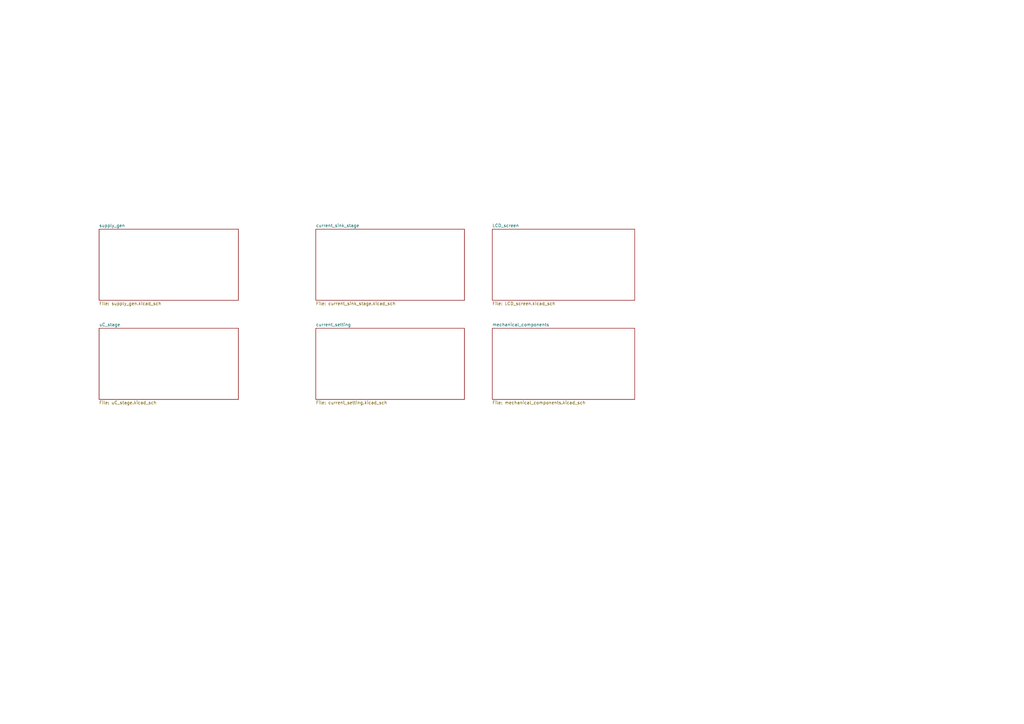
<source format=kicad_sch>
(kicad_sch (version 20230121) (generator eeschema)
  (paper "A3")
  (lib_symbols)
  (sheet (at 40.64 93.98) (size 57.15 29.21) (stroke (width 0.1524))
    (property "Sheetname" "supply_gen" (at 40.64 93.2684 0) (effects (justify left bottom)))
    (property "Sheetfile" "supply_gen.kicad_sch" (at 40.64 123.7746 0) (effects (justify left top)))
  )
  (sheet (at 129.54 93.98) (size 60.96 29.21) (stroke (width 0.1524))
    (property "Sheetname" "current_sink_stage" (at 129.54 93.2684 0) (effects (justify left bottom)))
    (property "Sheetfile" "current_sink_stage.kicad_sch" (at 129.54 123.7746 0) (effects (justify left top)))
  )
  (sheet (at 40.64 134.62) (size 57.15 29.21) (stroke (width 0.1524))
    (property "Sheetname" "uC_stage" (at 40.64 133.9084 0) (effects (justify left bottom)))
    (property "Sheetfile" "uC_stage.kicad_sch" (at 40.64 164.4146 0) (effects (justify left top)))
  )
  (sheet (at 201.93 134.62) (size 58.42 29.21) (stroke (width 0.1524))
    (property "Sheetname" "mechanical_components" (at 201.93 133.9084 0) (effects (justify left bottom)))
    (property "Sheetfile" "mechanical_components.kicad_sch" (at 201.93 164.4146 0) (effects (justify left top)))
  )
  (sheet (at 201.93 93.98) (size 58.42 29.21) (stroke (width 0.1524))
    (property "Sheetname" "LCD_screen" (at 201.93 93.2684 0) (effects (justify left bottom)))
    (property "Sheetfile" "LCD_screen.kicad_sch" (at 201.93 123.7746 0) (effects (justify left top)))
  )
  (sheet (at 129.54 134.62) (size 60.96 29.21) (stroke (width 0.1524))
    (property "Sheetname" "current_setting" (at 129.54 133.9084 0) (effects (justify left bottom)))
    (property "Sheetfile" "current_setting.kicad_sch" (at 129.54 164.4146 0) (effects (justify left top)))
  )
)
</source>
